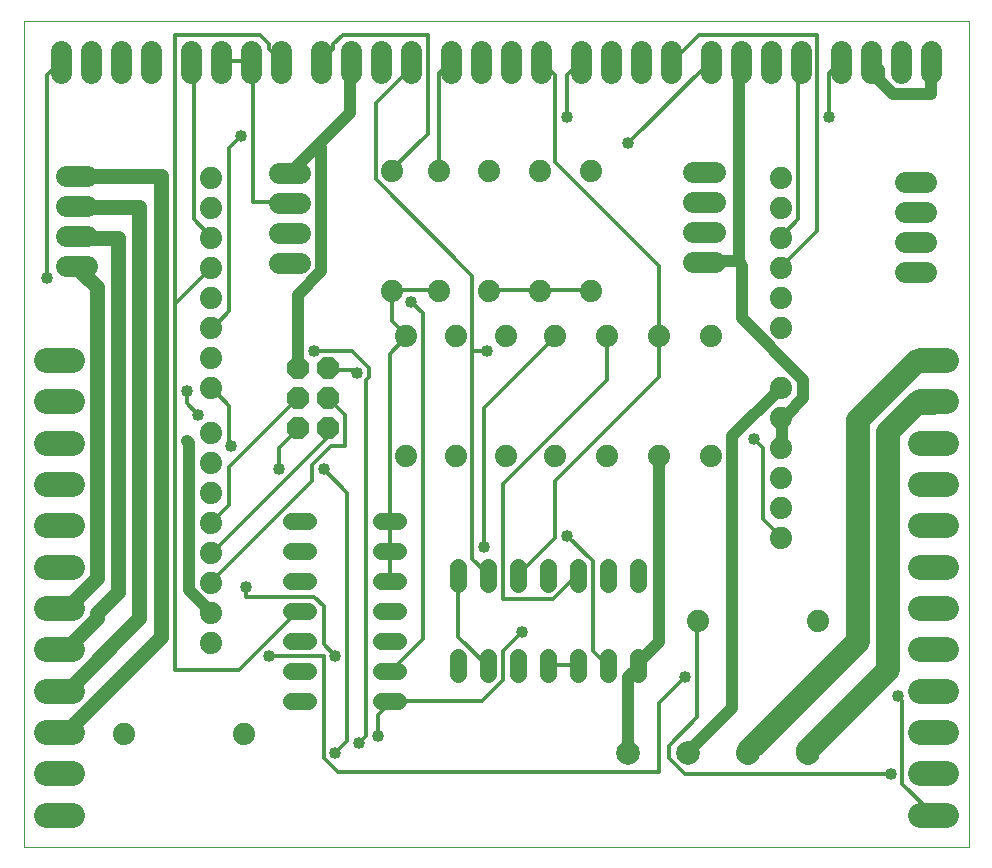
<source format=gtl>
G75*
G70*
%OFA0B0*%
%FSLAX24Y24*%
%IPPOS*%
%LPD*%
%AMOC8*
5,1,8,0,0,1.08239X$1,22.5*
%
%ADD10C,0.0000*%
%ADD11C,0.0740*%
%ADD12C,0.0712*%
%ADD13C,0.0787*%
%ADD14C,0.0840*%
%ADD15OC8,0.0740*%
%ADD16C,0.0560*%
%ADD17C,0.0400*%
%ADD18C,0.0800*%
%ADD19C,0.0120*%
%ADD20C,0.0400*%
%ADD21C,0.0500*%
D10*
X001068Y000181D02*
X001068Y027740D01*
X032564Y027740D01*
X032564Y000181D01*
X001068Y000181D01*
D11*
X004423Y003961D03*
X007328Y007004D03*
X007328Y008004D03*
X007328Y009004D03*
X007328Y010004D03*
X007328Y011004D03*
X007328Y012004D03*
X007328Y013004D03*
X007328Y014004D03*
X007328Y015504D03*
X007328Y016504D03*
X007328Y017504D03*
X007328Y018504D03*
X007328Y019504D03*
X007328Y020504D03*
X007328Y021504D03*
X007328Y022504D03*
X013352Y022733D03*
X014927Y022733D03*
X016580Y022733D03*
X018273Y022733D03*
X019966Y022733D03*
X019966Y018733D03*
X018273Y018733D03*
X016580Y018733D03*
X014927Y018733D03*
X013352Y018733D03*
X013824Y017221D03*
X015478Y017221D03*
X017131Y017221D03*
X018785Y017221D03*
X020517Y017221D03*
X022249Y017221D03*
X023982Y017221D03*
X026328Y017504D03*
X026328Y018504D03*
X026328Y019504D03*
X026328Y020504D03*
X026328Y021504D03*
X026328Y022504D03*
X026328Y015504D03*
X026328Y014504D03*
X026328Y013504D03*
X026328Y012504D03*
X026328Y011504D03*
X026328Y010504D03*
X027557Y007740D03*
X023557Y007740D03*
X023982Y013221D03*
X022249Y013221D03*
X020517Y013221D03*
X018785Y013221D03*
X017131Y013221D03*
X015478Y013221D03*
X013824Y013221D03*
X008423Y003961D03*
D12*
X003196Y019548D02*
X002484Y019548D01*
X002484Y020548D02*
X003196Y020548D01*
X003196Y021548D02*
X002484Y021548D01*
X002484Y022548D02*
X003196Y022548D01*
X003324Y026006D02*
X003324Y026719D01*
X002324Y026719D02*
X002324Y026006D01*
X004324Y026006D02*
X004324Y026719D01*
X005324Y026719D02*
X005324Y026006D01*
X006655Y026006D02*
X006655Y026719D01*
X007655Y026719D02*
X007655Y026006D01*
X008655Y026006D02*
X008655Y026719D01*
X009655Y026719D02*
X009655Y026006D01*
X010986Y026006D02*
X010986Y026719D01*
X011986Y026719D02*
X011986Y026006D01*
X012986Y026006D02*
X012986Y026719D01*
X013986Y026719D02*
X013986Y026006D01*
X015316Y026006D02*
X015316Y026719D01*
X016316Y026719D02*
X016316Y026006D01*
X017316Y026006D02*
X017316Y026719D01*
X018316Y026719D02*
X018316Y026006D01*
X019647Y026006D02*
X019647Y026719D01*
X020647Y026719D02*
X020647Y026006D01*
X021647Y026006D02*
X021647Y026719D01*
X022647Y026719D02*
X022647Y026006D01*
X023978Y026006D02*
X023978Y026719D01*
X024978Y026719D02*
X024978Y026006D01*
X025978Y026006D02*
X025978Y026719D01*
X026978Y026719D02*
X026978Y026006D01*
X028309Y026006D02*
X028309Y026719D01*
X029309Y026719D02*
X029309Y026006D01*
X030309Y026006D02*
X030309Y026719D01*
X031309Y026719D02*
X031309Y026006D01*
X031149Y022351D02*
X030437Y022351D01*
X030437Y021351D02*
X031149Y021351D01*
X031149Y020351D02*
X030437Y020351D01*
X030437Y019351D02*
X031149Y019351D01*
X024102Y019705D02*
X023389Y019705D01*
X023389Y020705D02*
X024102Y020705D01*
X024102Y021705D02*
X023389Y021705D01*
X023389Y022705D02*
X024102Y022705D01*
X010283Y022666D02*
X009570Y022666D01*
X009570Y021666D02*
X010283Y021666D01*
X010283Y020666D02*
X009570Y020666D01*
X009570Y019666D02*
X010283Y019666D01*
D13*
X021210Y003341D03*
X023210Y003341D03*
X025210Y003341D03*
X027210Y003341D03*
D14*
X030963Y004020D02*
X031803Y004020D01*
X031803Y002642D02*
X030963Y002642D01*
X030963Y001264D02*
X031803Y001264D01*
X031803Y005398D02*
X030963Y005398D01*
X030963Y006776D02*
X031803Y006776D01*
X031803Y008154D02*
X030963Y008154D01*
X030963Y009532D02*
X031803Y009532D01*
X031803Y010910D02*
X030963Y010910D01*
X030963Y012288D02*
X031803Y012288D01*
X031803Y013666D02*
X030963Y013666D01*
X030963Y015044D02*
X031803Y015044D01*
X031803Y016422D02*
X030963Y016422D01*
X002669Y016422D02*
X001829Y016422D01*
X001829Y015044D02*
X002669Y015044D01*
X002669Y013666D02*
X001829Y013666D01*
X001829Y012288D02*
X002669Y012288D01*
X002669Y010910D02*
X001829Y010910D01*
X001829Y009532D02*
X002669Y009532D01*
X002669Y008154D02*
X001829Y008154D01*
X001829Y006776D02*
X002669Y006776D01*
X002669Y005398D02*
X001829Y005398D01*
X001829Y004020D02*
X002669Y004020D01*
X002669Y002642D02*
X001829Y002642D01*
X001829Y001264D02*
X002669Y001264D01*
D15*
X010214Y014142D03*
X011214Y014142D03*
X011214Y015142D03*
X010214Y015142D03*
X010214Y016142D03*
X011214Y016142D03*
D16*
X010557Y011055D02*
X009997Y011055D01*
X009997Y010055D02*
X010557Y010055D01*
X010557Y009055D02*
X009997Y009055D01*
X009997Y008055D02*
X010557Y008055D01*
X010557Y007055D02*
X009997Y007055D01*
X009997Y006055D02*
X010557Y006055D01*
X010557Y005055D02*
X009997Y005055D01*
X012997Y005055D02*
X013557Y005055D01*
X013557Y006055D02*
X012997Y006055D01*
X012997Y007055D02*
X013557Y007055D01*
X013557Y008055D02*
X012997Y008055D01*
X012997Y009055D02*
X013557Y009055D01*
X013557Y010055D02*
X012997Y010055D01*
X012997Y011055D02*
X013557Y011055D01*
X015549Y009520D02*
X015549Y008960D01*
X016549Y008960D02*
X016549Y009520D01*
X017549Y009520D02*
X017549Y008960D01*
X018549Y008960D02*
X018549Y009520D01*
X019549Y009520D02*
X019549Y008960D01*
X020549Y008960D02*
X020549Y009520D01*
X021549Y009520D02*
X021549Y008960D01*
X021549Y006520D02*
X021549Y005960D01*
X020549Y005960D02*
X020549Y006520D01*
X019549Y006520D02*
X019549Y005960D01*
X018549Y005960D02*
X018549Y006520D01*
X017549Y006520D02*
X017549Y005960D01*
X016549Y005960D02*
X016549Y006520D01*
X015549Y006520D02*
X015549Y005960D01*
D17*
X021226Y005851D02*
X021226Y003410D01*
X021210Y003341D01*
X023210Y003341D02*
X023273Y003410D01*
X024690Y004827D01*
X024690Y013882D01*
X026265Y015457D01*
X026328Y015504D01*
X027053Y015772D02*
X027053Y015142D01*
X026501Y014591D01*
X026328Y014504D01*
X026344Y014433D01*
X026344Y013567D01*
X026328Y013504D01*
X027053Y015772D02*
X025005Y017819D01*
X025005Y019551D01*
X024927Y019709D01*
X024927Y026323D01*
X024978Y026363D01*
X029309Y026363D02*
X029336Y026323D01*
X029572Y026087D01*
X029572Y025772D01*
X030045Y025300D01*
X031305Y025300D01*
X031305Y026323D01*
X031309Y026363D01*
X024927Y019709D02*
X023746Y019709D01*
X023746Y019705D01*
X022249Y013221D02*
X022249Y007032D01*
X021620Y006402D01*
X021549Y006240D01*
X021541Y006166D01*
X021226Y005851D01*
X010214Y016142D02*
X010202Y016166D01*
X010202Y018607D01*
X010990Y019394D01*
X010990Y023489D01*
X010871Y023607D01*
X009966Y022701D01*
X009927Y022666D01*
X010871Y023607D02*
X011934Y024670D01*
X011934Y026323D01*
X011986Y026363D01*
X006501Y013725D02*
X006580Y013646D01*
X006580Y008764D01*
X007289Y008055D01*
X007328Y008004D01*
D18*
X025210Y003341D02*
X025242Y003410D01*
X028864Y007032D01*
X028864Y014433D01*
X030832Y016402D01*
X031383Y016402D01*
X031383Y016422D01*
X031383Y015044D02*
X031383Y014985D01*
X030832Y014985D01*
X029887Y014040D01*
X029887Y006087D01*
X027210Y003410D01*
X027210Y003341D01*
D19*
X029966Y002622D02*
X023116Y002622D01*
X022564Y003174D01*
X022564Y003567D01*
X023509Y004512D01*
X023509Y007740D01*
X023557Y007740D01*
X023116Y005851D02*
X022249Y004985D01*
X022249Y002701D01*
X011541Y002701D01*
X011068Y003174D01*
X011068Y006559D01*
X009257Y006559D01*
X008234Y006087D02*
X006108Y006087D01*
X006108Y018292D01*
X006147Y018331D01*
X006108Y018370D01*
X006108Y027268D01*
X008942Y027268D01*
X009257Y026953D01*
X009257Y026796D01*
X009651Y026402D01*
X009655Y026363D01*
X008706Y026323D02*
X008655Y026363D01*
X008627Y026402D01*
X007683Y026402D01*
X007655Y026363D01*
X006738Y026244D02*
X006738Y021126D01*
X007289Y020575D01*
X007328Y020504D01*
X007328Y019504D02*
X007289Y019473D01*
X006147Y018331D01*
X007328Y017504D02*
X007368Y017504D01*
X007919Y018055D01*
X007919Y023489D01*
X008312Y023882D01*
X008706Y021677D02*
X008706Y026323D01*
X006738Y026244D02*
X006659Y026323D01*
X006655Y026363D01*
X010986Y026363D02*
X010990Y026402D01*
X011383Y026796D01*
X011383Y026953D01*
X011698Y027268D01*
X014533Y027268D01*
X014533Y023961D01*
X013352Y022780D01*
X013352Y022733D01*
X012801Y022465D02*
X012801Y024985D01*
X013982Y026166D01*
X013982Y026323D01*
X013986Y026363D01*
X014927Y026008D02*
X014927Y022733D01*
X012801Y022465D02*
X016029Y019237D01*
X016029Y016717D01*
X016501Y016717D01*
X016029Y016717D02*
X016029Y009788D01*
X016501Y009315D01*
X016549Y009240D01*
X017053Y008449D02*
X017053Y012307D01*
X020517Y015772D01*
X020517Y017221D01*
X022249Y017221D02*
X022249Y015851D01*
X018785Y012386D01*
X018785Y010496D01*
X017604Y009315D01*
X017549Y009240D01*
X017053Y008449D02*
X018706Y008449D01*
X019494Y009237D01*
X019549Y009240D01*
X020045Y009709D02*
X020045Y006717D01*
X020517Y006244D01*
X020549Y006240D01*
X019549Y006240D02*
X019494Y006244D01*
X018549Y006244D01*
X018549Y006240D01*
X017683Y007347D02*
X017053Y006717D01*
X017053Y005772D01*
X016344Y005063D01*
X013352Y005063D01*
X013277Y005055D01*
X013273Y004985D01*
X012879Y004591D01*
X012879Y003882D01*
X012486Y003882D02*
X012486Y015772D01*
X012564Y015851D01*
X012564Y016166D01*
X012013Y016717D01*
X010753Y016717D01*
X011214Y016142D02*
X011226Y016087D01*
X012171Y016087D01*
X012171Y016008D01*
X013273Y016638D02*
X013824Y017189D01*
X013824Y017221D01*
X013824Y017268D01*
X013352Y017740D01*
X013352Y018733D01*
X013352Y018764D01*
X014927Y018764D01*
X014927Y018733D01*
X014375Y017977D02*
X014375Y007111D01*
X013352Y006087D01*
X013277Y006055D01*
X011462Y006559D02*
X011068Y006953D01*
X011068Y008213D01*
X010753Y008528D01*
X008470Y008528D01*
X008470Y008843D01*
X007368Y009079D02*
X007328Y009004D01*
X007368Y009079D02*
X010675Y012386D01*
X010675Y012937D01*
X011305Y013567D01*
X011777Y013567D01*
X011777Y014591D01*
X011226Y015142D01*
X011214Y015142D01*
X010214Y015142D02*
X010202Y015142D01*
X007919Y012859D01*
X007919Y011599D01*
X007368Y011048D01*
X007328Y011004D01*
X007368Y010024D02*
X007328Y010004D01*
X007368Y010024D02*
X011147Y013803D01*
X011147Y014118D01*
X011214Y014142D01*
X010214Y014142D02*
X010202Y014118D01*
X009572Y013489D01*
X009572Y012780D01*
X011068Y012780D02*
X011856Y011992D01*
X011856Y003725D01*
X011462Y003331D01*
X012249Y003646D02*
X012486Y003882D01*
X015557Y007189D02*
X015557Y009237D01*
X015549Y009240D01*
X016423Y010181D02*
X016423Y014827D01*
X018785Y017189D01*
X018785Y017221D01*
X018273Y018733D02*
X018312Y018764D01*
X019966Y018764D01*
X019966Y018733D01*
X018273Y018733D02*
X018234Y018764D01*
X016580Y018764D01*
X016580Y018733D01*
X014375Y017977D02*
X013982Y018370D01*
X013273Y016638D02*
X013273Y011126D01*
X013277Y011055D01*
X013273Y011048D01*
X013273Y010103D01*
X013277Y010055D01*
X013273Y010024D01*
X013273Y009079D01*
X013277Y009055D01*
X015557Y007189D02*
X016501Y006244D01*
X016549Y006240D01*
X020045Y009709D02*
X019179Y010575D01*
X025399Y013803D02*
X025714Y013489D01*
X025714Y011126D01*
X026265Y010575D01*
X026328Y010504D01*
X030202Y005221D02*
X030360Y005063D01*
X030360Y002307D01*
X031383Y001284D01*
X031383Y001264D01*
X022249Y017221D02*
X022249Y019551D01*
X018785Y023016D01*
X018785Y025929D01*
X018391Y026323D01*
X018316Y026363D01*
X019179Y025929D02*
X019179Y024512D01*
X019179Y025929D02*
X019572Y026323D01*
X019647Y026363D01*
X022647Y026363D02*
X022722Y026402D01*
X023588Y027268D01*
X027525Y027268D01*
X027525Y020733D01*
X026344Y019551D01*
X026328Y019504D01*
X026328Y020504D02*
X026344Y020575D01*
X026895Y021126D01*
X026895Y026244D01*
X026974Y026323D01*
X026978Y026363D01*
X027919Y026008D02*
X027919Y024512D01*
X027919Y026008D02*
X028234Y026323D01*
X028309Y026363D01*
X023978Y026363D02*
X023903Y026323D01*
X021226Y023646D01*
X015316Y026363D02*
X015242Y026323D01*
X014927Y026008D01*
X009927Y021666D02*
X009887Y021677D01*
X008706Y021677D01*
X002324Y026363D02*
X002249Y026323D01*
X001856Y025929D01*
X001856Y019158D01*
X006501Y015378D02*
X006501Y014985D01*
X006895Y014591D01*
X007368Y015457D02*
X007328Y015504D01*
X007368Y015457D02*
X007919Y014906D01*
X007919Y013646D01*
X007997Y013567D01*
X010202Y008055D02*
X010277Y008055D01*
X010202Y008055D02*
X008234Y006087D01*
D20*
X009257Y006559D03*
X011462Y006559D03*
X008470Y008843D03*
X009572Y012780D03*
X011068Y012780D03*
X007997Y013567D03*
X006501Y013725D03*
X006895Y014591D03*
X006501Y015378D03*
X010753Y016717D03*
X012171Y016008D03*
X013982Y018370D03*
X016501Y016717D03*
X019179Y010575D03*
X016423Y010181D03*
X017683Y007347D03*
X012879Y003882D03*
X012249Y003646D03*
X011462Y003331D03*
X023116Y005851D03*
X030202Y005221D03*
X029966Y002622D03*
X025399Y013803D03*
X021226Y023646D03*
X019179Y024512D03*
X027919Y024512D03*
X008312Y023882D03*
X001856Y019158D03*
D21*
X002840Y019548D02*
X002879Y019473D01*
X003509Y018843D01*
X003509Y009158D01*
X002564Y008213D01*
X002249Y008213D01*
X002249Y008154D01*
X003509Y007977D02*
X003509Y007819D01*
X002486Y006796D01*
X002249Y006796D01*
X002249Y006776D01*
X003509Y007977D02*
X004218Y008685D01*
X004218Y020496D01*
X002879Y020496D01*
X002840Y020548D01*
X002879Y021520D02*
X002840Y021548D01*
X002879Y021520D02*
X004927Y021520D01*
X004927Y007819D01*
X002564Y005457D01*
X002249Y005457D01*
X002249Y005398D01*
X002249Y004040D02*
X002249Y004020D01*
X002249Y004040D02*
X002486Y004040D01*
X005635Y007189D01*
X005635Y022544D01*
X002879Y022544D01*
X002840Y022548D01*
M02*

</source>
